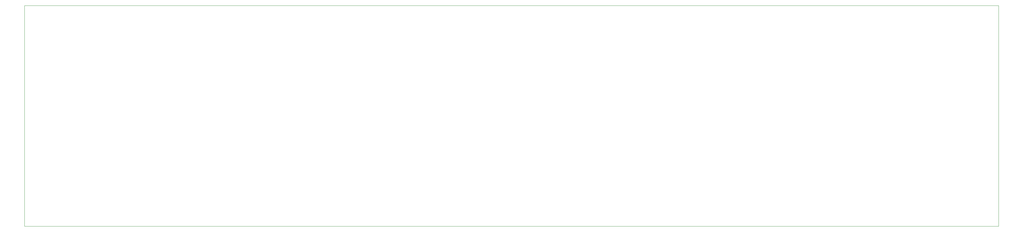
<source format=gbr>
%TF.GenerationSoftware,KiCad,Pcbnew,(6.0.11)*%
%TF.CreationDate,2023-05-25T03:36:55+07:00*%
%TF.ProjectId,RELAY_SHEILD_V2,52454c41-595f-4534-9845-494c445f5632,rev?*%
%TF.SameCoordinates,Original*%
%TF.FileFunction,Profile,NP*%
%FSLAX46Y46*%
G04 Gerber Fmt 4.6, Leading zero omitted, Abs format (unit mm)*
G04 Created by KiCad (PCBNEW (6.0.11)) date 2023-05-25 03:36:55*
%MOMM*%
%LPD*%
G01*
G04 APERTURE LIST*
%TA.AperFunction,Profile*%
%ADD10C,0.100000*%
%TD*%
G04 APERTURE END LIST*
D10*
X19750000Y-20750000D02*
X316550000Y-20750000D01*
X316550000Y-20750000D02*
X316550000Y-88150000D01*
X316550000Y-88150000D02*
X19750000Y-88150000D01*
X19750000Y-88150000D02*
X19750000Y-20750000D01*
M02*

</source>
